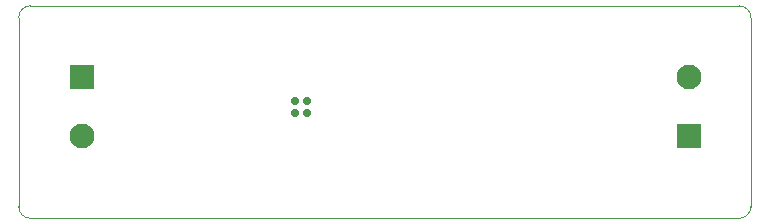
<source format=gbs>
G04 #@! TF.GenerationSoftware,KiCad,Pcbnew,9.0.4*
G04 #@! TF.CreationDate,2025-09-22T12:07:41+05:30*
G04 #@! TF.ProjectId,buck-converter-8A,6275636b-2d63-46f6-9e76-65727465722d,rev?*
G04 #@! TF.SameCoordinates,Original*
G04 #@! TF.FileFunction,Soldermask,Bot*
G04 #@! TF.FilePolarity,Negative*
%FSLAX46Y46*%
G04 Gerber Fmt 4.6, Leading zero omitted, Abs format (unit mm)*
G04 Created by KiCad (PCBNEW 9.0.4) date 2025-09-22 12:07:41*
%MOMM*%
%LPD*%
G01*
G04 APERTURE LIST*
G04 Aperture macros list*
%AMRoundRect*
0 Rectangle with rounded corners*
0 $1 Rounding radius*
0 $2 $3 $4 $5 $6 $7 $8 $9 X,Y pos of 4 corners*
0 Add a 4 corners polygon primitive as box body*
4,1,4,$2,$3,$4,$5,$6,$7,$8,$9,$2,$3,0*
0 Add four circle primitives for the rounded corners*
1,1,$1+$1,$2,$3*
1,1,$1+$1,$4,$5*
1,1,$1+$1,$6,$7*
1,1,$1+$1,$8,$9*
0 Add four rect primitives between the rounded corners*
20,1,$1+$1,$2,$3,$4,$5,0*
20,1,$1+$1,$4,$5,$6,$7,0*
20,1,$1+$1,$6,$7,$8,$9,0*
20,1,$1+$1,$8,$9,$2,$3,0*%
G04 Aperture macros list end*
%ADD10RoundRect,0.250001X-0.799999X0.799999X-0.799999X-0.799999X0.799999X-0.799999X0.799999X0.799999X0*%
%ADD11C,2.100000*%
%ADD12C,0.700000*%
%ADD13RoundRect,0.250001X0.799999X-0.799999X0.799999X0.799999X-0.799999X0.799999X-0.799999X-0.799999X0*%
G04 #@! TA.AperFunction,Profile*
%ADD14C,0.050000*%
G04 #@! TD*
G04 APERTURE END LIST*
D10*
X114732500Y-86550000D03*
D11*
X114732500Y-91550000D03*
D12*
X132787500Y-88587500D03*
X132787500Y-89612500D03*
X133812500Y-88587500D03*
X133812500Y-89612500D03*
D13*
X166117500Y-91550000D03*
D11*
X166117500Y-86550000D03*
D14*
X110400000Y-98550000D02*
G75*
G02*
X109400000Y-97550000I0J1000000D01*
G01*
X171400000Y-97550000D02*
G75*
G02*
X170400000Y-98550000I-1000000J0D01*
G01*
X170400000Y-98550000D02*
X110400000Y-98550000D01*
X110400000Y-80550000D02*
X170400000Y-80550000D01*
X171400000Y-81550000D02*
X171400000Y-97550000D01*
X170400000Y-80550000D02*
G75*
G02*
X171400000Y-81550000I0J-1000000D01*
G01*
X109400000Y-81550000D02*
G75*
G02*
X110400000Y-80550000I1000000J0D01*
G01*
X109400000Y-97550000D02*
X109400000Y-81550000D01*
M02*

</source>
